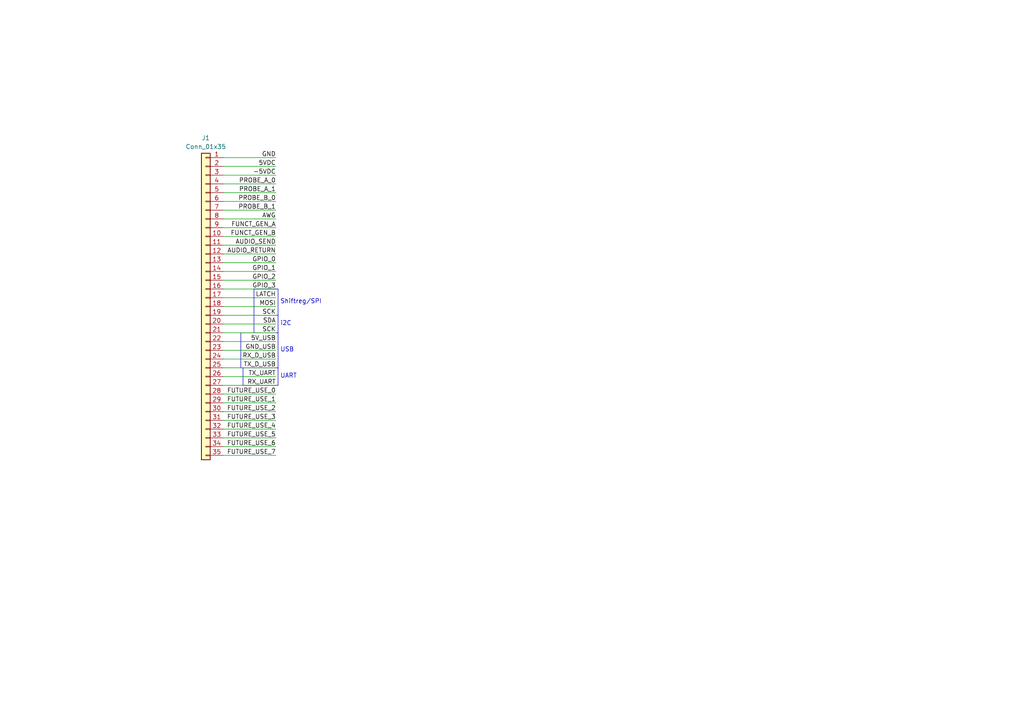
<source format=kicad_sch>
(kicad_sch (version 20230121) (generator eeschema)
  (paper "A4")
  (lib_symbols
    (symbol "Connector_Generic:Conn_01x35" (pin_names (offset 1.016) hide)
      (property "Reference" "J" (at 0 45.72 0))
      (property "Value" "Conn_01x35" (at 0 -45.72 0))
      (symbol "Conn_01x35_1_1"
        (rectangle (start -1.27 -43.053) (end 0 -43.307) (stroke (width 0.1524)))
        (rectangle (start -1.27 -40.513) (end 0 -40.767) (stroke (width 0.1524)))
        (rectangle (start -1.27 -37.973) (end 0 -38.227) (stroke (width 0.1524)))
        (rectangle (start -1.27 -35.433) (end 0 -35.687) (stroke (width 0.1524)))
        (rectangle (start -1.27 -32.893) (end 0 -33.147) (stroke (width 0.1524)))
        (rectangle (start -1.27 -30.353) (end 0 -30.607) (stroke (width 0.1524)))
        (rectangle (start -1.27 -27.813) (end 0 -28.067) (stroke (width 0.1524)))
        (rectangle (start -1.27 -25.273) (end 0 -25.527) (stroke (width 0.1524)))
        (rectangle (start -1.27 -22.733) (end 0 -22.987) (stroke (width 0.1524)))
        (rectangle (start -1.27 -20.193) (end 0 -20.447) (stroke (width 0.1524)))
        (rectangle (start -1.27 -17.653) (end 0 -17.907) (stroke (width 0.1524)))
        (rectangle (start -1.27 -15.113) (end 0 -15.367) (stroke (width 0.1524)))
        (rectangle (start -1.27 -12.573) (end 0 -12.827) (stroke (width 0.1524)))
        (rectangle (start -1.27 -10.033) (end 0 -10.287) (stroke (width 0.1524)))
        (rectangle (start -1.27 -7.493) (end 0 -7.747) (stroke (width 0.1524)))
        (rectangle (start -1.27 -4.953) (end 0 -5.207) (stroke (width 0.1524)))
        (rectangle (start -1.27 -2.413) (end 0 -2.667) (stroke (width 0.1524)))
        (rectangle (start -1.27 0.127) (end 0 -0.127) (stroke (width 0.1524)))
        (rectangle (start -1.27 2.667) (end 0 2.413) (stroke (width 0.1524)))
        (rectangle (start -1.27 5.207) (end 0 4.953) (stroke (width 0.1524)))
        (rectangle (start -1.27 7.747) (end 0 7.493) (stroke (width 0.1524)))
        (rectangle (start -1.27 10.287) (end 0 10.033) (stroke (width 0.1524)))
        (rectangle (start -1.27 12.827) (end 0 12.573) (stroke (width 0.1524)))
        (rectangle (start -1.27 15.367) (end 0 15.113) (stroke (width 0.1524)))
        (rectangle (start -1.27 17.907) (end 0 17.653) (stroke (width 0.1524)))
        (rectangle (start -1.27 20.447) (end 0 20.193) (stroke (width 0.1524)))
        (rectangle (start -1.27 22.987) (end 0 22.733) (stroke (width 0.1524)))
        (rectangle (start -1.27 25.527) (end 0 25.273) (stroke (width 0.1524)))
        (rectangle (start -1.27 28.067) (end 0 27.813) (stroke (width 0.1524)))
        (rectangle (start -1.27 30.607) (end 0 30.353) (stroke (width 0.1524)))
        (rectangle (start -1.27 33.147) (end 0 32.893) (stroke (width 0.1524)))
        (rectangle (start -1.27 35.687) (end 0 35.433) (stroke (width 0.1524)))
        (rectangle (start -1.27 38.227) (end 0 37.973) (stroke (width 0.1524)))
        (rectangle (start -1.27 40.767) (end 0 40.513) (stroke (width 0.1524)))
        (rectangle (start -1.27 43.307) (end 0 43.053) (stroke (width 0.1524)))
        (rectangle (start -1.27 44.45) (end 1.27 -44.45) (stroke (width 0.254)) (fill (type background)))
        (pin passive line (at -5.08 43.18 0) (length 3.81) (name "Pin_1") (number "1"))
        (pin passive line (at -5.08 20.32 0) (length 3.81) (name "Pin_10") (number "10"))
        (pin passive line (at -5.08 17.78 0) (length 3.81) (name "Pin_11") (number "11"))
        (pin passive line (at -5.08 15.24 0) (length 3.81) (name "Pin_12") (number "12"))
        (pin passive line (at -5.08 12.7 0) (length 3.81) (name "Pin_13") (number "13"))
        (pin passive line (at -5.08 10.16 0) (length 3.81) (name "Pin_14") (number "14"))
        (pin passive line (at -5.08 7.62 0) (length 3.81) (name "Pin_15") (number "15"))
        (pin passive line (at -5.08 5.08 0) (length 3.81) (name "Pin_16") (number "16"))
        (pin passive line (at -5.08 2.54 0) (length 3.81) (name "Pin_17") (number "17"))
        (pin passive line (at -5.08 0 0) (length 3.81) (name "Pin_18") (number "18"))
        (pin passive line (at -5.08 -2.54 0) (length 3.81) (name "Pin_19") (number "19"))
        (pin passive line (at -5.08 40.64 0) (length 3.81) (name "Pin_2") (number "2"))
        (pin passive line (at -5.08 -5.08 0) (length 3.81) (name "Pin_20") (number "20"))
        (pin passive line (at -5.08 -7.62 0) (length 3.81) (name "Pin_21") (number "21"))
        (pin passive line (at -5.08 -10.16 0) (length 3.81) (name "Pin_22") (number "22"))
        (pin passive line (at -5.08 -12.7 0) (length 3.81) (name "Pin_23") (number "23"))
        (pin passive line (at -5.08 -15.24 0) (length 3.81) (name "Pin_24") (number "24"))
        (pin passive line (at -5.08 -17.78 0) (length 3.81) (name "Pin_25") (number "25"))
        (pin passive line (at -5.08 -20.32 0) (length 3.81) (name "Pin_26") (number "26"))
        (pin passive line (at -5.08 -22.86 0) (length 3.81) (name "Pin_27") (number "27"))
        (pin passive line (at -5.08 -25.4 0) (length 3.81) (name "Pin_28") (number "28"))
        (pin passive line (at -5.08 -27.94 0) (length 3.81) (name "Pin_29") (number "29"))
        (pin passive line (at -5.08 38.1 0) (length 3.81) (name "Pin_3") (number "3"))
        (pin passive line (at -5.08 -30.48 0) (length 3.81) (name "Pin_30") (number "30"))
        (pin passive line (at -5.08 -33.02 0) (length 3.81) (name "Pin_31") (number "31"))
        (pin passive line (at -5.08 -35.56 0) (length 3.81) (name "Pin_32") (number "32"))
        (pin passive line (at -5.08 -38.1 0) (length 3.81) (name "Pin_33") (number "33"))
        (pin passive line (at -5.08 -40.64 0) (length 3.81) (name "Pin_34") (number "34"))
        (pin passive line (at -5.08 -43.18 0) (length 3.81) (name "Pin_35") (number "35"))
        (pin passive line (at -5.08 35.56 0) (length 3.81) (name "Pin_4") (number "4"))
        (pin passive line (at -5.08 33.02 0) (length 3.81) (name "Pin_5") (number "5"))
        (pin passive line (at -5.08 30.48 0) (length 3.81) (name "Pin_6") (number "6"))
        (pin passive line (at -5.08 27.94 0) (length 3.81) (name "Pin_7") (number "7"))
        (pin passive line (at -5.08 25.4 0) (length 3.81) (name "Pin_8") (number "8"))
        (pin passive line (at -5.08 22.86 0) (length 3.81) (name "Pin_9") (number "9"))
      )
    )
  )
  (wire (pts (xy 64.77 88.9) (xy 80.01 88.9)))
  (wire (pts (xy 64.77 127) (xy 80.01 127)))
  (wire (pts (xy 64.77 78.74) (xy 80.01 78.74)))
  (polyline (pts (xy 69.85 96.52) (xy 73.66 96.52)))
  (polyline (pts (xy 73.66 83.82) (xy 73.66 84.455)))
  (wire (pts (xy 64.77 55.88) (xy 80.01 55.88)))
  (wire (pts (xy 64.77 45.72) (xy 80.01 45.72)))
  (wire (pts (xy 64.77 60.96) (xy 80.01 60.96)))
  (wire (pts (xy 64.77 68.58) (xy 80.01 68.58)))
  (polyline (pts (xy 80.645 96.52) (xy 80.645 91.44)))
  (wire (pts (xy 64.77 58.42) (xy 80.01 58.42)))
  (wire (pts (xy 64.77 91.44) (xy 80.01 91.44)))
  (wire (pts (xy 64.77 109.22) (xy 80.01 109.22)))
  (wire (pts (xy 64.77 124.46) (xy 80.01 124.46)))
  (wire (pts (xy 64.77 104.14) (xy 80.01 104.14)))
  (wire (pts (xy 64.77 132.08) (xy 80.01 132.08)))
  (wire (pts (xy 64.77 116.84) (xy 80.01 116.84)))
  (polyline (pts (xy 80.645 91.44) (xy 80.645 83.82)))
  (wire (pts (xy 64.77 106.68) (xy 80.01 106.68)))
  (wire (pts (xy 64.77 114.3) (xy 80.01 114.3)))
  (wire (pts (xy 64.77 53.34) (xy 80.01 53.34)))
  (polyline (pts (xy 69.85 96.52) (xy 69.85 106.68)))
  (wire (pts (xy 64.77 81.28) (xy 80.01 81.28)))
  (wire (pts (xy 64.77 121.92) (xy 80.01 121.92)))
  (polyline (pts (xy 73.66 96.52) (xy 80.645 96.52)))
  (wire (pts (xy 64.77 63.5) (xy 80.01 63.5)))
  (wire (pts (xy 64.77 66.04) (xy 80.01 66.04)))
  (wire (pts (xy 64.77 119.38) (xy 80.01 119.38)))
  (wire (pts (xy 64.77 101.6) (xy 80.01 101.6)))
  (wire (pts (xy 64.77 111.76) (xy 80.01 111.76)))
  (polyline (pts (xy 73.66 84.455) (xy 73.66 91.44)))
  (wire (pts (xy 64.77 86.36) (xy 80.01 86.36)))
  (polyline (pts (xy 73.66 83.82) (xy 80.645 83.82)))
  (polyline (pts (xy 80.645 106.68) (xy 80.645 96.52)))
  (polyline (pts (xy 80.645 111.76) (xy 80.645 106.68)))
  (wire (pts (xy 64.77 96.52) (xy 80.01 96.52)))
  (wire (pts (xy 64.77 93.98) (xy 80.01 93.98)))
  (polyline (pts (xy 73.66 91.44) (xy 73.66 96.52)))
  (polyline (pts (xy 70.485 111.76) (xy 80.645 111.76)))
  (wire (pts (xy 64.77 48.26) (xy 80.01 48.26)))
  (polyline (pts (xy 70.485 106.68) (xy 70.485 111.76)))
  (wire (pts (xy 64.77 83.82) (xy 80.01 83.82)))
  (wire (pts (xy 64.77 73.66) (xy 80.01 73.66)))
  (wire (pts (xy 64.77 76.2) (xy 80.01 76.2)))
  (wire (pts (xy 64.77 50.8) (xy 80.01 50.8)))
  (wire (pts (xy 64.77 99.06) (xy 80.01 99.06)))
  (wire (pts (xy 64.77 129.54) (xy 80.01 129.54)))
  (polyline (pts (xy 73.66 91.44) (xy 80.645 91.44)))
  (wire (pts (xy 64.77 71.12) (xy 80.01 71.12)))
  (polyline (pts (xy 69.85 106.68) (xy 80.645 106.68)))
  (text "i2C" (at 81.28 94.615 0) (effects (font (size 1.27 1.27)) (justify left bottom)))
  (text "Shiftreg/SPI" (at 81.28 88.265 0) (effects (font (size 1.27 1.27)) (justify left bottom)))
  (text "UART" (at 81.28 109.855 0) (effects (font (size 1.27 1.27)) (justify left bottom)))
  (text "USB" (at 81.28 102.235 0) (effects (font (size 1.27 1.27)) (justify left bottom)))
  (label "FUTURE_USE_5" (at 80.01 127 180))
  (label "-5VDC" (at 80.01 50.8 180))
  (label "5V_USB" (at 80.01 99.06 180))
  (label "FUNCT_GEN_A" (at 80.01 66.04 180))
  (label "FUTURE_USE_3" (at 80.01 121.92 180))
  (label "FUTURE_USE_1" (at 80.01 116.84 180))
  (label "FUTURE_USE_2" (at 80.01 119.38 180))
  (label "RX_D_USB" (at 80.01 104.14 180))
  (label "GPIO_1" (at 80.01 78.74 180))
  (label "PROBE_B_1" (at 80.01 60.96 180))
  (label "MOSI" (at 80.01 88.9 180))
  (label "AUDIO_SEND" (at 80.01 71.12 180))
  (label "FUNCT_GEN_B" (at 80.01 68.58 180))
  (label "GPIO_0" (at 80.01 76.2 180))
  (label "FUTURE_USE_7" (at 80.01 132.08 180))
  (label "FUTURE_USE_0" (at 80.01 114.3 180))
  (label "TX_UART" (at 80.01 109.22 180))
  (label "AUDIO_RETURN" (at 80.01 73.66 180))
  (label "RX_UART" (at 80.01 111.76 180))
  (label "GND" (at 80.01 45.72 180))
  (label "LATCH" (at 80.01 86.36 180))
  (label "AWG" (at 80.01 63.5 180))
  (label "SCK" (at 80.01 91.44 180))
  (label "SCK" (at 80.01 96.52 180))
  (label "PROBE_A_0" (at 80.01 53.34 180))
  (label "GPIO_3" (at 80.01 83.82 180))
  (label "FUTURE_USE_4" (at 80.01 124.46 180))
  (label "GPIO_2" (at 80.01 81.28 180))
  (label "PROBE_A_1" (at 80.01 55.88 180))
  (label "PROBE_B_0" (at 80.01 58.42 180))
  (label "GND_USB" (at 80.01 101.6 180))
  (label "SDA" (at 80.01 93.98 180))
  (label "FUTURE_USE_6" (at 80.01 129.54 180))
  (label "5VDC" (at 80.01 48.26 180))
  (label "TX_D_USB" (at 80.01 106.68 180))
  (symbol (lib_id "Connector_Generic:Conn_01x35") (at 59.69 88.9 0) (mirror y) (unit 1)
    (property "Reference" "J1" (at 59.69 40.005 0))
    (property "Value" "Conn_01x35" (at 59.69 42.545 0))
  )
)
</source>
